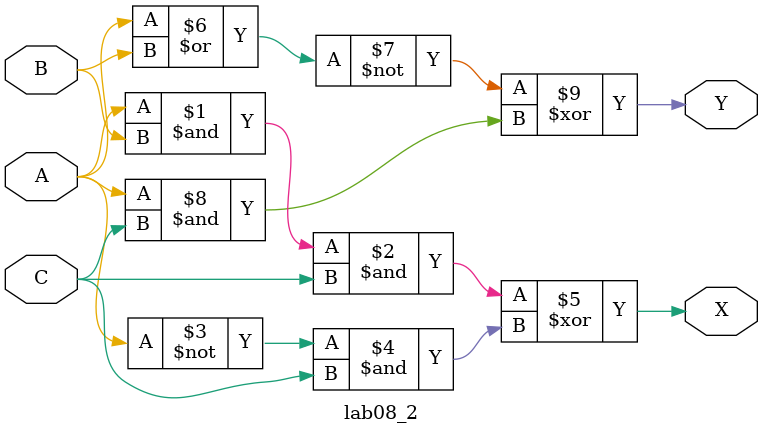
<source format=v>
module lab08_2(A,B,C,X,Y);
	
	input A;
	input B;
	input C;
	output X;
	output Y;
	
	assign X=(A&B&C)^((~A)&C);
	assign Y=(~(A|B))^(A&C);

endmodule
</source>
